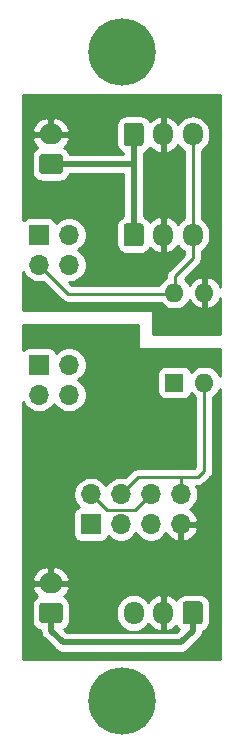
<source format=gbl>
G04 #@! TF.GenerationSoftware,KiCad,Pcbnew,5.1.9+dfsg1-1*
G04 #@! TF.CreationDate,2022-11-10T16:03:50+09:00*
G04 #@! TF.ProjectId,din-photocoupler,64696e2d-7068-46f7-946f-636f75706c65,rev?*
G04 #@! TF.SameCoordinates,Original*
G04 #@! TF.FileFunction,Copper,L2,Bot*
G04 #@! TF.FilePolarity,Positive*
%FSLAX46Y46*%
G04 Gerber Fmt 4.6, Leading zero omitted, Abs format (unit mm)*
G04 Created by KiCad (PCBNEW 5.1.9+dfsg1-1) date 2022-11-10 16:03:50*
%MOMM*%
%LPD*%
G01*
G04 APERTURE LIST*
G04 #@! TA.AperFunction,ComponentPad*
%ADD10C,5.700000*%
G04 #@! TD*
G04 #@! TA.AperFunction,ComponentPad*
%ADD11O,2.000000X1.700000*%
G04 #@! TD*
G04 #@! TA.AperFunction,ComponentPad*
%ADD12O,1.700000X1.950000*%
G04 #@! TD*
G04 #@! TA.AperFunction,ComponentPad*
%ADD13R,1.700000X1.700000*%
G04 #@! TD*
G04 #@! TA.AperFunction,ComponentPad*
%ADD14O,1.700000X1.700000*%
G04 #@! TD*
G04 #@! TA.AperFunction,ComponentPad*
%ADD15R,1.600000X1.600000*%
G04 #@! TD*
G04 #@! TA.AperFunction,ComponentPad*
%ADD16O,1.600000X1.600000*%
G04 #@! TD*
G04 #@! TA.AperFunction,ViaPad*
%ADD17C,0.800000*%
G04 #@! TD*
G04 #@! TA.AperFunction,Conductor*
%ADD18C,0.250000*%
G04 #@! TD*
G04 #@! TA.AperFunction,Conductor*
%ADD19C,0.500000*%
G04 #@! TD*
G04 #@! TA.AperFunction,Conductor*
%ADD20C,0.254000*%
G04 #@! TD*
G04 #@! TA.AperFunction,Conductor*
%ADD21C,0.100000*%
G04 #@! TD*
G04 APERTURE END LIST*
D10*
X155000000Y-115000000D03*
X155000000Y-60000000D03*
G04 #@! TA.AperFunction,ComponentPad*
G36*
G01*
X149750000Y-108350000D02*
X148250000Y-108350000D01*
G75*
G02*
X148000000Y-108100000I0J250000D01*
G01*
X148000000Y-106900000D01*
G75*
G02*
X148250000Y-106650000I250000J0D01*
G01*
X149750000Y-106650000D01*
G75*
G02*
X150000000Y-106900000I0J-250000D01*
G01*
X150000000Y-108100000D01*
G75*
G02*
X149750000Y-108350000I-250000J0D01*
G01*
G37*
G04 #@! TD.AperFunction*
D11*
X149000000Y-105000000D03*
D12*
X156000000Y-107500000D03*
X158500000Y-107500000D03*
G04 #@! TA.AperFunction,ComponentPad*
G36*
G01*
X161850000Y-106775000D02*
X161850000Y-108225000D01*
G75*
G02*
X161600000Y-108475000I-250000J0D01*
G01*
X160400000Y-108475000D01*
G75*
G02*
X160150000Y-108225000I0J250000D01*
G01*
X160150000Y-106775000D01*
G75*
G02*
X160400000Y-106525000I250000J0D01*
G01*
X161600000Y-106525000D01*
G75*
G02*
X161850000Y-106775000I0J-250000D01*
G01*
G37*
G04 #@! TD.AperFunction*
D13*
X152380000Y-100000000D03*
D14*
X152380000Y-97460000D03*
X154920000Y-100000000D03*
X154920000Y-97460000D03*
X157460000Y-100000000D03*
X157460000Y-97460000D03*
X160000000Y-100000000D03*
X160000000Y-97460000D03*
D13*
X148000000Y-86500000D03*
D14*
X150540000Y-86500000D03*
X148000000Y-89040000D03*
X150540000Y-89040000D03*
X150540000Y-78040000D03*
X148000000Y-78040000D03*
X150540000Y-75500000D03*
D13*
X148000000Y-75500000D03*
D11*
X149000000Y-67000000D03*
G04 #@! TA.AperFunction,ComponentPad*
G36*
G01*
X149750000Y-70350000D02*
X148250000Y-70350000D01*
G75*
G02*
X148000000Y-70100000I0J250000D01*
G01*
X148000000Y-68900000D01*
G75*
G02*
X148250000Y-68650000I250000J0D01*
G01*
X149750000Y-68650000D01*
G75*
G02*
X150000000Y-68900000I0J-250000D01*
G01*
X150000000Y-70100000D01*
G75*
G02*
X149750000Y-70350000I-250000J0D01*
G01*
G37*
G04 #@! TD.AperFunction*
G04 #@! TA.AperFunction,ComponentPad*
G36*
G01*
X155150000Y-67725000D02*
X155150000Y-66275000D01*
G75*
G02*
X155400000Y-66025000I250000J0D01*
G01*
X156600000Y-66025000D01*
G75*
G02*
X156850000Y-66275000I0J-250000D01*
G01*
X156850000Y-67725000D01*
G75*
G02*
X156600000Y-67975000I-250000J0D01*
G01*
X155400000Y-67975000D01*
G75*
G02*
X155150000Y-67725000I0J250000D01*
G01*
G37*
G04 #@! TD.AperFunction*
D12*
X158500000Y-67000000D03*
X161000000Y-67000000D03*
D15*
X159460000Y-88000000D03*
D16*
X162000000Y-80380000D03*
X162000000Y-88000000D03*
X159460000Y-80380000D03*
G04 #@! TA.AperFunction,ComponentPad*
G36*
G01*
X155150000Y-76225000D02*
X155150000Y-74775000D01*
G75*
G02*
X155400000Y-74525000I250000J0D01*
G01*
X156600000Y-74525000D01*
G75*
G02*
X156850000Y-74775000I0J-250000D01*
G01*
X156850000Y-76225000D01*
G75*
G02*
X156600000Y-76475000I-250000J0D01*
G01*
X155400000Y-76475000D01*
G75*
G02*
X155150000Y-76225000I0J250000D01*
G01*
G37*
G04 #@! TD.AperFunction*
D12*
X158500000Y-75500000D03*
X161000000Y-75500000D03*
D17*
X149500000Y-98000000D03*
X147000000Y-84000000D03*
X161000000Y-86000000D03*
X157500000Y-88000000D03*
D18*
X156095001Y-98824999D02*
X157460000Y-97460000D01*
X153744999Y-98824999D02*
X156095001Y-98824999D01*
X152380000Y-97460000D02*
X153744999Y-98824999D01*
D19*
X149000000Y-107500000D02*
X149000000Y-109000000D01*
X149000000Y-109000000D02*
X150000000Y-110000000D01*
X150000000Y-110000000D02*
X160000000Y-110000000D01*
X161000000Y-109000000D02*
X161000000Y-107500000D01*
X160000000Y-110000000D02*
X161000000Y-109000000D01*
D18*
X156080000Y-107420000D02*
X156000000Y-107500000D01*
X154920000Y-97460000D02*
X156380000Y-96000000D01*
X158540000Y-96000000D02*
X156380000Y-96000000D01*
X162000000Y-88160000D02*
X162040000Y-88120000D01*
X162000000Y-95460000D02*
X162000000Y-88160000D01*
X161460000Y-96000000D02*
X161480000Y-95980000D01*
X161480000Y-95980000D02*
X162000000Y-95460000D01*
X160000000Y-96000000D02*
X161460000Y-96000000D01*
X160000000Y-97460000D02*
X160000000Y-96000000D01*
X158540000Y-96000000D02*
X160000000Y-96000000D01*
X161000000Y-67000000D02*
X161000000Y-75500000D01*
X161000000Y-77500000D02*
X161000000Y-75500000D01*
X159500000Y-79000000D02*
X161000000Y-77500000D01*
X148000000Y-78040000D02*
X150460000Y-80500000D01*
X159500000Y-80500000D02*
X159500000Y-79000000D01*
X150460000Y-80500000D02*
X159500000Y-80500000D01*
D19*
X149000000Y-69500000D02*
X156000000Y-69500000D01*
X156000000Y-69500000D02*
X156000000Y-75500000D01*
X156000000Y-67000000D02*
X156000000Y-69500000D01*
D20*
X156373000Y-85000000D02*
X156375440Y-85024776D01*
X156382667Y-85048601D01*
X156394403Y-85070557D01*
X156410197Y-85089803D01*
X156429443Y-85105597D01*
X156451399Y-85117333D01*
X156475224Y-85124560D01*
X156500000Y-85127000D01*
X163340000Y-85127000D01*
X163340000Y-87485213D01*
X163271680Y-87320273D01*
X163114637Y-87085241D01*
X162914759Y-86885363D01*
X162679727Y-86728320D01*
X162418574Y-86620147D01*
X162141335Y-86565000D01*
X161858665Y-86565000D01*
X161581426Y-86620147D01*
X161320273Y-86728320D01*
X161085241Y-86885363D01*
X160886643Y-87083961D01*
X160885812Y-87075518D01*
X160849502Y-86955820D01*
X160790537Y-86845506D01*
X160711185Y-86748815D01*
X160614494Y-86669463D01*
X160504180Y-86610498D01*
X160384482Y-86574188D01*
X160260000Y-86561928D01*
X158660000Y-86561928D01*
X158535518Y-86574188D01*
X158415820Y-86610498D01*
X158305506Y-86669463D01*
X158208815Y-86748815D01*
X158129463Y-86845506D01*
X158070498Y-86955820D01*
X158034188Y-87075518D01*
X158021928Y-87200000D01*
X158021928Y-88800000D01*
X158034188Y-88924482D01*
X158070498Y-89044180D01*
X158129463Y-89154494D01*
X158208815Y-89251185D01*
X158305506Y-89330537D01*
X158415820Y-89389502D01*
X158535518Y-89425812D01*
X158660000Y-89438072D01*
X160260000Y-89438072D01*
X160384482Y-89425812D01*
X160504180Y-89389502D01*
X160614494Y-89330537D01*
X160711185Y-89251185D01*
X160790537Y-89154494D01*
X160849502Y-89044180D01*
X160885812Y-88924482D01*
X160886643Y-88916039D01*
X161085241Y-89114637D01*
X161240001Y-89218044D01*
X161240000Y-95145198D01*
X161145199Y-95240000D01*
X160037333Y-95240000D01*
X160000000Y-95236323D01*
X159962667Y-95240000D01*
X156417323Y-95240000D01*
X156380000Y-95236324D01*
X156342677Y-95240000D01*
X156342667Y-95240000D01*
X156231014Y-95250997D01*
X156087753Y-95294454D01*
X155955724Y-95365026D01*
X155839999Y-95459999D01*
X155816201Y-95488997D01*
X155286408Y-96018790D01*
X155066260Y-95975000D01*
X154773740Y-95975000D01*
X154486842Y-96032068D01*
X154216589Y-96144010D01*
X153973368Y-96306525D01*
X153766525Y-96513368D01*
X153650000Y-96687760D01*
X153533475Y-96513368D01*
X153326632Y-96306525D01*
X153083411Y-96144010D01*
X152813158Y-96032068D01*
X152526260Y-95975000D01*
X152233740Y-95975000D01*
X151946842Y-96032068D01*
X151676589Y-96144010D01*
X151433368Y-96306525D01*
X151226525Y-96513368D01*
X151064010Y-96756589D01*
X150952068Y-97026842D01*
X150895000Y-97313740D01*
X150895000Y-97606260D01*
X150952068Y-97893158D01*
X151064010Y-98163411D01*
X151226525Y-98406632D01*
X151358380Y-98538487D01*
X151285820Y-98560498D01*
X151175506Y-98619463D01*
X151078815Y-98698815D01*
X150999463Y-98795506D01*
X150940498Y-98905820D01*
X150904188Y-99025518D01*
X150891928Y-99150000D01*
X150891928Y-100850000D01*
X150904188Y-100974482D01*
X150940498Y-101094180D01*
X150999463Y-101204494D01*
X151078815Y-101301185D01*
X151175506Y-101380537D01*
X151285820Y-101439502D01*
X151405518Y-101475812D01*
X151530000Y-101488072D01*
X153230000Y-101488072D01*
X153354482Y-101475812D01*
X153474180Y-101439502D01*
X153584494Y-101380537D01*
X153681185Y-101301185D01*
X153760537Y-101204494D01*
X153819502Y-101094180D01*
X153841513Y-101021620D01*
X153973368Y-101153475D01*
X154216589Y-101315990D01*
X154486842Y-101427932D01*
X154773740Y-101485000D01*
X155066260Y-101485000D01*
X155353158Y-101427932D01*
X155623411Y-101315990D01*
X155866632Y-101153475D01*
X156073475Y-100946632D01*
X156190000Y-100772240D01*
X156306525Y-100946632D01*
X156513368Y-101153475D01*
X156756589Y-101315990D01*
X157026842Y-101427932D01*
X157313740Y-101485000D01*
X157606260Y-101485000D01*
X157893158Y-101427932D01*
X158163411Y-101315990D01*
X158406632Y-101153475D01*
X158613475Y-100946632D01*
X158735195Y-100764466D01*
X158804822Y-100881355D01*
X158999731Y-101097588D01*
X159233080Y-101271641D01*
X159495901Y-101396825D01*
X159643110Y-101441476D01*
X159873000Y-101320155D01*
X159873000Y-100127000D01*
X160127000Y-100127000D01*
X160127000Y-101320155D01*
X160356890Y-101441476D01*
X160504099Y-101396825D01*
X160766920Y-101271641D01*
X161000269Y-101097588D01*
X161195178Y-100881355D01*
X161344157Y-100631252D01*
X161441481Y-100356891D01*
X161320814Y-100127000D01*
X160127000Y-100127000D01*
X159873000Y-100127000D01*
X159853000Y-100127000D01*
X159853000Y-99873000D01*
X159873000Y-99873000D01*
X159873000Y-99853000D01*
X160127000Y-99853000D01*
X160127000Y-99873000D01*
X161320814Y-99873000D01*
X161441481Y-99643109D01*
X161344157Y-99368748D01*
X161195178Y-99118645D01*
X161000269Y-98902412D01*
X160770594Y-98731100D01*
X160946632Y-98613475D01*
X161153475Y-98406632D01*
X161315990Y-98163411D01*
X161427932Y-97893158D01*
X161485000Y-97606260D01*
X161485000Y-97313740D01*
X161427932Y-97026842D01*
X161317403Y-96760000D01*
X161422678Y-96760000D01*
X161460000Y-96763676D01*
X161497322Y-96760000D01*
X161497333Y-96760000D01*
X161608986Y-96749003D01*
X161752247Y-96705546D01*
X161884276Y-96634974D01*
X162000001Y-96540001D01*
X162023804Y-96510997D01*
X162511003Y-96023798D01*
X162540001Y-96000001D01*
X162570640Y-95962667D01*
X162634974Y-95884277D01*
X162705546Y-95752247D01*
X162705546Y-95752246D01*
X162749003Y-95608986D01*
X162760000Y-95497333D01*
X162760000Y-95497324D01*
X162763676Y-95460001D01*
X162760000Y-95422678D01*
X162760000Y-89218043D01*
X162914759Y-89114637D01*
X163114637Y-88914759D01*
X163271680Y-88679727D01*
X163340001Y-88514787D01*
X163340001Y-111373000D01*
X146660000Y-111373000D01*
X146660000Y-106900000D01*
X147361928Y-106900000D01*
X147361928Y-108100000D01*
X147378992Y-108273254D01*
X147429528Y-108439850D01*
X147511595Y-108593386D01*
X147622038Y-108727962D01*
X147756614Y-108838405D01*
X147910150Y-108920472D01*
X148076746Y-108971008D01*
X148113220Y-108974600D01*
X148110719Y-109000000D01*
X148127805Y-109173490D01*
X148178412Y-109340313D01*
X148260590Y-109494059D01*
X148343468Y-109595046D01*
X148343469Y-109595047D01*
X148371184Y-109628817D01*
X148404951Y-109656529D01*
X149343470Y-110595049D01*
X149371183Y-110628817D01*
X149404951Y-110656530D01*
X149404953Y-110656532D01*
X149505941Y-110739411D01*
X149659686Y-110821589D01*
X149826510Y-110872195D01*
X149956523Y-110885000D01*
X149956531Y-110885000D01*
X150000000Y-110889281D01*
X150043469Y-110885000D01*
X159956531Y-110885000D01*
X160000000Y-110889281D01*
X160043469Y-110885000D01*
X160043477Y-110885000D01*
X160173490Y-110872195D01*
X160340313Y-110821589D01*
X160494059Y-110739411D01*
X160628817Y-110628817D01*
X160656534Y-110595044D01*
X161595050Y-109656529D01*
X161628817Y-109628817D01*
X161656533Y-109595046D01*
X161739411Y-109494059D01*
X161821589Y-109340314D01*
X161872195Y-109173490D01*
X161872195Y-109173489D01*
X161883108Y-109062684D01*
X161939850Y-109045472D01*
X162093386Y-108963405D01*
X162227962Y-108852962D01*
X162338405Y-108718386D01*
X162420472Y-108564850D01*
X162471008Y-108398254D01*
X162488072Y-108225000D01*
X162488072Y-106775000D01*
X162471008Y-106601746D01*
X162420472Y-106435150D01*
X162338405Y-106281614D01*
X162227962Y-106147038D01*
X162093386Y-106036595D01*
X161939850Y-105954528D01*
X161773254Y-105903992D01*
X161600000Y-105886928D01*
X160400000Y-105886928D01*
X160226746Y-105903992D01*
X160060150Y-105954528D01*
X159906614Y-106036595D01*
X159772038Y-106147038D01*
X159661595Y-106281614D01*
X159605286Y-106386961D01*
X159589049Y-106365571D01*
X159371193Y-106172504D01*
X159119858Y-106025648D01*
X158856890Y-105933524D01*
X158627000Y-106054845D01*
X158627000Y-107373000D01*
X158647000Y-107373000D01*
X158647000Y-107627000D01*
X158627000Y-107627000D01*
X158627000Y-108945155D01*
X158856890Y-109066476D01*
X159119858Y-108974352D01*
X159371193Y-108827496D01*
X159589049Y-108634429D01*
X159605286Y-108613039D01*
X159661595Y-108718386D01*
X159772038Y-108852962D01*
X159839827Y-108908595D01*
X159633422Y-109115000D01*
X156022185Y-109115000D01*
X156291110Y-109088513D01*
X156571033Y-109003599D01*
X156829013Y-108865706D01*
X157055134Y-108680134D01*
X157240706Y-108454014D01*
X157254462Y-108428278D01*
X157410951Y-108634429D01*
X157628807Y-108827496D01*
X157880142Y-108974352D01*
X158143110Y-109066476D01*
X158373000Y-108945155D01*
X158373000Y-107627000D01*
X158353000Y-107627000D01*
X158353000Y-107373000D01*
X158373000Y-107373000D01*
X158373000Y-106054845D01*
X158143110Y-105933524D01*
X157880142Y-106025648D01*
X157628807Y-106172504D01*
X157410951Y-106365571D01*
X157254462Y-106571722D01*
X157240706Y-106545986D01*
X157055134Y-106319866D01*
X156829014Y-106134294D01*
X156571034Y-105996401D01*
X156291111Y-105911487D01*
X156000000Y-105882815D01*
X155708890Y-105911487D01*
X155428967Y-105996401D01*
X155170987Y-106134294D01*
X154944866Y-106319866D01*
X154759294Y-106545986D01*
X154621401Y-106803966D01*
X154536487Y-107083889D01*
X154515000Y-107302050D01*
X154515000Y-107697949D01*
X154536487Y-107916110D01*
X154621401Y-108196033D01*
X154759294Y-108454013D01*
X154944866Y-108680134D01*
X155170986Y-108865706D01*
X155428966Y-109003599D01*
X155708889Y-109088513D01*
X155977815Y-109115000D01*
X150366579Y-109115000D01*
X150143418Y-108891839D01*
X150243386Y-108838405D01*
X150377962Y-108727962D01*
X150488405Y-108593386D01*
X150570472Y-108439850D01*
X150621008Y-108273254D01*
X150638072Y-108100000D01*
X150638072Y-106900000D01*
X150621008Y-106726746D01*
X150570472Y-106560150D01*
X150488405Y-106406614D01*
X150377962Y-106272038D01*
X150243386Y-106161595D01*
X150141407Y-106107086D01*
X150141795Y-106106802D01*
X150338664Y-105892046D01*
X150489854Y-105643009D01*
X150589554Y-105369261D01*
X150591476Y-105356890D01*
X150470155Y-105127000D01*
X149127000Y-105127000D01*
X149127000Y-105147000D01*
X148873000Y-105147000D01*
X148873000Y-105127000D01*
X147529845Y-105127000D01*
X147408524Y-105356890D01*
X147410446Y-105369261D01*
X147510146Y-105643009D01*
X147661336Y-105892046D01*
X147858205Y-106106802D01*
X147858593Y-106107086D01*
X147756614Y-106161595D01*
X147622038Y-106272038D01*
X147511595Y-106406614D01*
X147429528Y-106560150D01*
X147378992Y-106726746D01*
X147361928Y-106900000D01*
X146660000Y-106900000D01*
X146660000Y-104643110D01*
X147408524Y-104643110D01*
X147529845Y-104873000D01*
X148873000Y-104873000D01*
X148873000Y-103672768D01*
X149127000Y-103672768D01*
X149127000Y-104873000D01*
X150470155Y-104873000D01*
X150591476Y-104643110D01*
X150589554Y-104630739D01*
X150489854Y-104356991D01*
X150338664Y-104107954D01*
X150141795Y-103893198D01*
X149906812Y-103720975D01*
X149642745Y-103597904D01*
X149359742Y-103528715D01*
X149127000Y-103672768D01*
X148873000Y-103672768D01*
X148640258Y-103528715D01*
X148357255Y-103597904D01*
X148093188Y-103720975D01*
X147858205Y-103893198D01*
X147661336Y-104107954D01*
X147510146Y-104356991D01*
X147410446Y-104630739D01*
X147408524Y-104643110D01*
X146660000Y-104643110D01*
X146660000Y-89685445D01*
X146684010Y-89743411D01*
X146846525Y-89986632D01*
X147053368Y-90193475D01*
X147296589Y-90355990D01*
X147566842Y-90467932D01*
X147853740Y-90525000D01*
X148146260Y-90525000D01*
X148433158Y-90467932D01*
X148703411Y-90355990D01*
X148946632Y-90193475D01*
X149153475Y-89986632D01*
X149270000Y-89812240D01*
X149386525Y-89986632D01*
X149593368Y-90193475D01*
X149836589Y-90355990D01*
X150106842Y-90467932D01*
X150393740Y-90525000D01*
X150686260Y-90525000D01*
X150973158Y-90467932D01*
X151243411Y-90355990D01*
X151486632Y-90193475D01*
X151693475Y-89986632D01*
X151855990Y-89743411D01*
X151967932Y-89473158D01*
X152025000Y-89186260D01*
X152025000Y-88893740D01*
X151967932Y-88606842D01*
X151855990Y-88336589D01*
X151693475Y-88093368D01*
X151486632Y-87886525D01*
X151312240Y-87770000D01*
X151486632Y-87653475D01*
X151693475Y-87446632D01*
X151855990Y-87203411D01*
X151967932Y-86933158D01*
X152025000Y-86646260D01*
X152025000Y-86353740D01*
X151967932Y-86066842D01*
X151855990Y-85796589D01*
X151693475Y-85553368D01*
X151486632Y-85346525D01*
X151243411Y-85184010D01*
X150973158Y-85072068D01*
X150686260Y-85015000D01*
X150393740Y-85015000D01*
X150106842Y-85072068D01*
X149836589Y-85184010D01*
X149593368Y-85346525D01*
X149461513Y-85478380D01*
X149439502Y-85405820D01*
X149380537Y-85295506D01*
X149301185Y-85198815D01*
X149204494Y-85119463D01*
X149094180Y-85060498D01*
X148974482Y-85024188D01*
X148850000Y-85011928D01*
X147150000Y-85011928D01*
X147025518Y-85024188D01*
X146905820Y-85060498D01*
X146795506Y-85119463D01*
X146698815Y-85198815D01*
X146660000Y-85246111D01*
X146660000Y-83127000D01*
X156373000Y-83127000D01*
X156373000Y-85000000D01*
G04 #@! TA.AperFunction,Conductor*
D21*
G36*
X156373000Y-85000000D02*
G01*
X156375440Y-85024776D01*
X156382667Y-85048601D01*
X156394403Y-85070557D01*
X156410197Y-85089803D01*
X156429443Y-85105597D01*
X156451399Y-85117333D01*
X156475224Y-85124560D01*
X156500000Y-85127000D01*
X163340000Y-85127000D01*
X163340000Y-87485213D01*
X163271680Y-87320273D01*
X163114637Y-87085241D01*
X162914759Y-86885363D01*
X162679727Y-86728320D01*
X162418574Y-86620147D01*
X162141335Y-86565000D01*
X161858665Y-86565000D01*
X161581426Y-86620147D01*
X161320273Y-86728320D01*
X161085241Y-86885363D01*
X160886643Y-87083961D01*
X160885812Y-87075518D01*
X160849502Y-86955820D01*
X160790537Y-86845506D01*
X160711185Y-86748815D01*
X160614494Y-86669463D01*
X160504180Y-86610498D01*
X160384482Y-86574188D01*
X160260000Y-86561928D01*
X158660000Y-86561928D01*
X158535518Y-86574188D01*
X158415820Y-86610498D01*
X158305506Y-86669463D01*
X158208815Y-86748815D01*
X158129463Y-86845506D01*
X158070498Y-86955820D01*
X158034188Y-87075518D01*
X158021928Y-87200000D01*
X158021928Y-88800000D01*
X158034188Y-88924482D01*
X158070498Y-89044180D01*
X158129463Y-89154494D01*
X158208815Y-89251185D01*
X158305506Y-89330537D01*
X158415820Y-89389502D01*
X158535518Y-89425812D01*
X158660000Y-89438072D01*
X160260000Y-89438072D01*
X160384482Y-89425812D01*
X160504180Y-89389502D01*
X160614494Y-89330537D01*
X160711185Y-89251185D01*
X160790537Y-89154494D01*
X160849502Y-89044180D01*
X160885812Y-88924482D01*
X160886643Y-88916039D01*
X161085241Y-89114637D01*
X161240001Y-89218044D01*
X161240000Y-95145198D01*
X161145199Y-95240000D01*
X160037333Y-95240000D01*
X160000000Y-95236323D01*
X159962667Y-95240000D01*
X156417323Y-95240000D01*
X156380000Y-95236324D01*
X156342677Y-95240000D01*
X156342667Y-95240000D01*
X156231014Y-95250997D01*
X156087753Y-95294454D01*
X155955724Y-95365026D01*
X155839999Y-95459999D01*
X155816201Y-95488997D01*
X155286408Y-96018790D01*
X155066260Y-95975000D01*
X154773740Y-95975000D01*
X154486842Y-96032068D01*
X154216589Y-96144010D01*
X153973368Y-96306525D01*
X153766525Y-96513368D01*
X153650000Y-96687760D01*
X153533475Y-96513368D01*
X153326632Y-96306525D01*
X153083411Y-96144010D01*
X152813158Y-96032068D01*
X152526260Y-95975000D01*
X152233740Y-95975000D01*
X151946842Y-96032068D01*
X151676589Y-96144010D01*
X151433368Y-96306525D01*
X151226525Y-96513368D01*
X151064010Y-96756589D01*
X150952068Y-97026842D01*
X150895000Y-97313740D01*
X150895000Y-97606260D01*
X150952068Y-97893158D01*
X151064010Y-98163411D01*
X151226525Y-98406632D01*
X151358380Y-98538487D01*
X151285820Y-98560498D01*
X151175506Y-98619463D01*
X151078815Y-98698815D01*
X150999463Y-98795506D01*
X150940498Y-98905820D01*
X150904188Y-99025518D01*
X150891928Y-99150000D01*
X150891928Y-100850000D01*
X150904188Y-100974482D01*
X150940498Y-101094180D01*
X150999463Y-101204494D01*
X151078815Y-101301185D01*
X151175506Y-101380537D01*
X151285820Y-101439502D01*
X151405518Y-101475812D01*
X151530000Y-101488072D01*
X153230000Y-101488072D01*
X153354482Y-101475812D01*
X153474180Y-101439502D01*
X153584494Y-101380537D01*
X153681185Y-101301185D01*
X153760537Y-101204494D01*
X153819502Y-101094180D01*
X153841513Y-101021620D01*
X153973368Y-101153475D01*
X154216589Y-101315990D01*
X154486842Y-101427932D01*
X154773740Y-101485000D01*
X155066260Y-101485000D01*
X155353158Y-101427932D01*
X155623411Y-101315990D01*
X155866632Y-101153475D01*
X156073475Y-100946632D01*
X156190000Y-100772240D01*
X156306525Y-100946632D01*
X156513368Y-101153475D01*
X156756589Y-101315990D01*
X157026842Y-101427932D01*
X157313740Y-101485000D01*
X157606260Y-101485000D01*
X157893158Y-101427932D01*
X158163411Y-101315990D01*
X158406632Y-101153475D01*
X158613475Y-100946632D01*
X158735195Y-100764466D01*
X158804822Y-100881355D01*
X158999731Y-101097588D01*
X159233080Y-101271641D01*
X159495901Y-101396825D01*
X159643110Y-101441476D01*
X159873000Y-101320155D01*
X159873000Y-100127000D01*
X160127000Y-100127000D01*
X160127000Y-101320155D01*
X160356890Y-101441476D01*
X160504099Y-101396825D01*
X160766920Y-101271641D01*
X161000269Y-101097588D01*
X161195178Y-100881355D01*
X161344157Y-100631252D01*
X161441481Y-100356891D01*
X161320814Y-100127000D01*
X160127000Y-100127000D01*
X159873000Y-100127000D01*
X159853000Y-100127000D01*
X159853000Y-99873000D01*
X159873000Y-99873000D01*
X159873000Y-99853000D01*
X160127000Y-99853000D01*
X160127000Y-99873000D01*
X161320814Y-99873000D01*
X161441481Y-99643109D01*
X161344157Y-99368748D01*
X161195178Y-99118645D01*
X161000269Y-98902412D01*
X160770594Y-98731100D01*
X160946632Y-98613475D01*
X161153475Y-98406632D01*
X161315990Y-98163411D01*
X161427932Y-97893158D01*
X161485000Y-97606260D01*
X161485000Y-97313740D01*
X161427932Y-97026842D01*
X161317403Y-96760000D01*
X161422678Y-96760000D01*
X161460000Y-96763676D01*
X161497322Y-96760000D01*
X161497333Y-96760000D01*
X161608986Y-96749003D01*
X161752247Y-96705546D01*
X161884276Y-96634974D01*
X162000001Y-96540001D01*
X162023804Y-96510997D01*
X162511003Y-96023798D01*
X162540001Y-96000001D01*
X162570640Y-95962667D01*
X162634974Y-95884277D01*
X162705546Y-95752247D01*
X162705546Y-95752246D01*
X162749003Y-95608986D01*
X162760000Y-95497333D01*
X162760000Y-95497324D01*
X162763676Y-95460001D01*
X162760000Y-95422678D01*
X162760000Y-89218043D01*
X162914759Y-89114637D01*
X163114637Y-88914759D01*
X163271680Y-88679727D01*
X163340001Y-88514787D01*
X163340001Y-111373000D01*
X146660000Y-111373000D01*
X146660000Y-106900000D01*
X147361928Y-106900000D01*
X147361928Y-108100000D01*
X147378992Y-108273254D01*
X147429528Y-108439850D01*
X147511595Y-108593386D01*
X147622038Y-108727962D01*
X147756614Y-108838405D01*
X147910150Y-108920472D01*
X148076746Y-108971008D01*
X148113220Y-108974600D01*
X148110719Y-109000000D01*
X148127805Y-109173490D01*
X148178412Y-109340313D01*
X148260590Y-109494059D01*
X148343468Y-109595046D01*
X148343469Y-109595047D01*
X148371184Y-109628817D01*
X148404951Y-109656529D01*
X149343470Y-110595049D01*
X149371183Y-110628817D01*
X149404951Y-110656530D01*
X149404953Y-110656532D01*
X149505941Y-110739411D01*
X149659686Y-110821589D01*
X149826510Y-110872195D01*
X149956523Y-110885000D01*
X149956531Y-110885000D01*
X150000000Y-110889281D01*
X150043469Y-110885000D01*
X159956531Y-110885000D01*
X160000000Y-110889281D01*
X160043469Y-110885000D01*
X160043477Y-110885000D01*
X160173490Y-110872195D01*
X160340313Y-110821589D01*
X160494059Y-110739411D01*
X160628817Y-110628817D01*
X160656534Y-110595044D01*
X161595050Y-109656529D01*
X161628817Y-109628817D01*
X161656533Y-109595046D01*
X161739411Y-109494059D01*
X161821589Y-109340314D01*
X161872195Y-109173490D01*
X161872195Y-109173489D01*
X161883108Y-109062684D01*
X161939850Y-109045472D01*
X162093386Y-108963405D01*
X162227962Y-108852962D01*
X162338405Y-108718386D01*
X162420472Y-108564850D01*
X162471008Y-108398254D01*
X162488072Y-108225000D01*
X162488072Y-106775000D01*
X162471008Y-106601746D01*
X162420472Y-106435150D01*
X162338405Y-106281614D01*
X162227962Y-106147038D01*
X162093386Y-106036595D01*
X161939850Y-105954528D01*
X161773254Y-105903992D01*
X161600000Y-105886928D01*
X160400000Y-105886928D01*
X160226746Y-105903992D01*
X160060150Y-105954528D01*
X159906614Y-106036595D01*
X159772038Y-106147038D01*
X159661595Y-106281614D01*
X159605286Y-106386961D01*
X159589049Y-106365571D01*
X159371193Y-106172504D01*
X159119858Y-106025648D01*
X158856890Y-105933524D01*
X158627000Y-106054845D01*
X158627000Y-107373000D01*
X158647000Y-107373000D01*
X158647000Y-107627000D01*
X158627000Y-107627000D01*
X158627000Y-108945155D01*
X158856890Y-109066476D01*
X159119858Y-108974352D01*
X159371193Y-108827496D01*
X159589049Y-108634429D01*
X159605286Y-108613039D01*
X159661595Y-108718386D01*
X159772038Y-108852962D01*
X159839827Y-108908595D01*
X159633422Y-109115000D01*
X156022185Y-109115000D01*
X156291110Y-109088513D01*
X156571033Y-109003599D01*
X156829013Y-108865706D01*
X157055134Y-108680134D01*
X157240706Y-108454014D01*
X157254462Y-108428278D01*
X157410951Y-108634429D01*
X157628807Y-108827496D01*
X157880142Y-108974352D01*
X158143110Y-109066476D01*
X158373000Y-108945155D01*
X158373000Y-107627000D01*
X158353000Y-107627000D01*
X158353000Y-107373000D01*
X158373000Y-107373000D01*
X158373000Y-106054845D01*
X158143110Y-105933524D01*
X157880142Y-106025648D01*
X157628807Y-106172504D01*
X157410951Y-106365571D01*
X157254462Y-106571722D01*
X157240706Y-106545986D01*
X157055134Y-106319866D01*
X156829014Y-106134294D01*
X156571034Y-105996401D01*
X156291111Y-105911487D01*
X156000000Y-105882815D01*
X155708890Y-105911487D01*
X155428967Y-105996401D01*
X155170987Y-106134294D01*
X154944866Y-106319866D01*
X154759294Y-106545986D01*
X154621401Y-106803966D01*
X154536487Y-107083889D01*
X154515000Y-107302050D01*
X154515000Y-107697949D01*
X154536487Y-107916110D01*
X154621401Y-108196033D01*
X154759294Y-108454013D01*
X154944866Y-108680134D01*
X155170986Y-108865706D01*
X155428966Y-109003599D01*
X155708889Y-109088513D01*
X155977815Y-109115000D01*
X150366579Y-109115000D01*
X150143418Y-108891839D01*
X150243386Y-108838405D01*
X150377962Y-108727962D01*
X150488405Y-108593386D01*
X150570472Y-108439850D01*
X150621008Y-108273254D01*
X150638072Y-108100000D01*
X150638072Y-106900000D01*
X150621008Y-106726746D01*
X150570472Y-106560150D01*
X150488405Y-106406614D01*
X150377962Y-106272038D01*
X150243386Y-106161595D01*
X150141407Y-106107086D01*
X150141795Y-106106802D01*
X150338664Y-105892046D01*
X150489854Y-105643009D01*
X150589554Y-105369261D01*
X150591476Y-105356890D01*
X150470155Y-105127000D01*
X149127000Y-105127000D01*
X149127000Y-105147000D01*
X148873000Y-105147000D01*
X148873000Y-105127000D01*
X147529845Y-105127000D01*
X147408524Y-105356890D01*
X147410446Y-105369261D01*
X147510146Y-105643009D01*
X147661336Y-105892046D01*
X147858205Y-106106802D01*
X147858593Y-106107086D01*
X147756614Y-106161595D01*
X147622038Y-106272038D01*
X147511595Y-106406614D01*
X147429528Y-106560150D01*
X147378992Y-106726746D01*
X147361928Y-106900000D01*
X146660000Y-106900000D01*
X146660000Y-104643110D01*
X147408524Y-104643110D01*
X147529845Y-104873000D01*
X148873000Y-104873000D01*
X148873000Y-103672768D01*
X149127000Y-103672768D01*
X149127000Y-104873000D01*
X150470155Y-104873000D01*
X150591476Y-104643110D01*
X150589554Y-104630739D01*
X150489854Y-104356991D01*
X150338664Y-104107954D01*
X150141795Y-103893198D01*
X149906812Y-103720975D01*
X149642745Y-103597904D01*
X149359742Y-103528715D01*
X149127000Y-103672768D01*
X148873000Y-103672768D01*
X148640258Y-103528715D01*
X148357255Y-103597904D01*
X148093188Y-103720975D01*
X147858205Y-103893198D01*
X147661336Y-104107954D01*
X147510146Y-104356991D01*
X147410446Y-104630739D01*
X147408524Y-104643110D01*
X146660000Y-104643110D01*
X146660000Y-89685445D01*
X146684010Y-89743411D01*
X146846525Y-89986632D01*
X147053368Y-90193475D01*
X147296589Y-90355990D01*
X147566842Y-90467932D01*
X147853740Y-90525000D01*
X148146260Y-90525000D01*
X148433158Y-90467932D01*
X148703411Y-90355990D01*
X148946632Y-90193475D01*
X149153475Y-89986632D01*
X149270000Y-89812240D01*
X149386525Y-89986632D01*
X149593368Y-90193475D01*
X149836589Y-90355990D01*
X150106842Y-90467932D01*
X150393740Y-90525000D01*
X150686260Y-90525000D01*
X150973158Y-90467932D01*
X151243411Y-90355990D01*
X151486632Y-90193475D01*
X151693475Y-89986632D01*
X151855990Y-89743411D01*
X151967932Y-89473158D01*
X152025000Y-89186260D01*
X152025000Y-88893740D01*
X151967932Y-88606842D01*
X151855990Y-88336589D01*
X151693475Y-88093368D01*
X151486632Y-87886525D01*
X151312240Y-87770000D01*
X151486632Y-87653475D01*
X151693475Y-87446632D01*
X151855990Y-87203411D01*
X151967932Y-86933158D01*
X152025000Y-86646260D01*
X152025000Y-86353740D01*
X151967932Y-86066842D01*
X151855990Y-85796589D01*
X151693475Y-85553368D01*
X151486632Y-85346525D01*
X151243411Y-85184010D01*
X150973158Y-85072068D01*
X150686260Y-85015000D01*
X150393740Y-85015000D01*
X150106842Y-85072068D01*
X149836589Y-85184010D01*
X149593368Y-85346525D01*
X149461513Y-85478380D01*
X149439502Y-85405820D01*
X149380537Y-85295506D01*
X149301185Y-85198815D01*
X149204494Y-85119463D01*
X149094180Y-85060498D01*
X148974482Y-85024188D01*
X148850000Y-85011928D01*
X147150000Y-85011928D01*
X147025518Y-85024188D01*
X146905820Y-85060498D01*
X146795506Y-85119463D01*
X146698815Y-85198815D01*
X146660000Y-85246111D01*
X146660000Y-83127000D01*
X156373000Y-83127000D01*
X156373000Y-85000000D01*
G37*
G04 #@! TD.AperFunction*
D20*
X163340000Y-79886003D02*
X163297070Y-79766119D01*
X163152385Y-79524869D01*
X162963414Y-79316481D01*
X162737420Y-79148963D01*
X162483087Y-79028754D01*
X162349039Y-78988096D01*
X162127000Y-79110085D01*
X162127000Y-80253000D01*
X162147000Y-80253000D01*
X162147000Y-80507000D01*
X162127000Y-80507000D01*
X162127000Y-81649915D01*
X162349039Y-81771904D01*
X162483087Y-81731246D01*
X162737420Y-81611037D01*
X162963414Y-81443519D01*
X163152385Y-81235131D01*
X163297070Y-80993881D01*
X163340000Y-80873997D01*
X163340000Y-83873000D01*
X157627000Y-83873000D01*
X157627000Y-82000000D01*
X157624560Y-81975224D01*
X157617333Y-81951399D01*
X157605597Y-81929443D01*
X157589803Y-81910197D01*
X157570557Y-81894403D01*
X157548601Y-81882667D01*
X157524776Y-81875440D01*
X157500000Y-81873000D01*
X146660000Y-81873000D01*
X146660000Y-78685445D01*
X146684010Y-78743411D01*
X146846525Y-78986632D01*
X147053368Y-79193475D01*
X147296589Y-79355990D01*
X147566842Y-79467932D01*
X147853740Y-79525000D01*
X148146260Y-79525000D01*
X148366408Y-79481209D01*
X149896201Y-81011003D01*
X149919999Y-81040001D01*
X150035724Y-81134974D01*
X150167753Y-81205546D01*
X150311014Y-81249003D01*
X150422667Y-81260000D01*
X150422676Y-81260000D01*
X150459999Y-81263676D01*
X150497322Y-81260000D01*
X158322138Y-81260000D01*
X158345363Y-81294759D01*
X158545241Y-81494637D01*
X158780273Y-81651680D01*
X159041426Y-81759853D01*
X159318665Y-81815000D01*
X159601335Y-81815000D01*
X159878574Y-81759853D01*
X160139727Y-81651680D01*
X160374759Y-81494637D01*
X160574637Y-81294759D01*
X160731680Y-81059727D01*
X160736067Y-81049135D01*
X160847615Y-81235131D01*
X161036586Y-81443519D01*
X161262580Y-81611037D01*
X161516913Y-81731246D01*
X161650961Y-81771904D01*
X161873000Y-81649915D01*
X161873000Y-80507000D01*
X161853000Y-80507000D01*
X161853000Y-80253000D01*
X161873000Y-80253000D01*
X161873000Y-79110085D01*
X161650961Y-78988096D01*
X161516913Y-79028754D01*
X161262580Y-79148963D01*
X161036586Y-79316481D01*
X160847615Y-79524869D01*
X160736067Y-79710865D01*
X160731680Y-79700273D01*
X160574637Y-79465241D01*
X160374759Y-79265363D01*
X160335602Y-79239199D01*
X161511004Y-78063798D01*
X161540001Y-78040001D01*
X161634974Y-77924276D01*
X161705546Y-77792247D01*
X161749003Y-77648986D01*
X161760000Y-77537333D01*
X161760000Y-77537324D01*
X161763676Y-77500001D01*
X161760000Y-77462678D01*
X161760000Y-76902595D01*
X161829014Y-76865706D01*
X162055134Y-76680134D01*
X162240706Y-76454014D01*
X162378599Y-76196033D01*
X162463513Y-75916110D01*
X162485000Y-75697949D01*
X162485000Y-75302050D01*
X162463513Y-75083889D01*
X162378599Y-74803966D01*
X162240706Y-74545986D01*
X162055134Y-74319866D01*
X161829013Y-74134294D01*
X161760000Y-74097406D01*
X161760000Y-68402595D01*
X161829014Y-68365706D01*
X162055134Y-68180134D01*
X162240706Y-67954014D01*
X162378599Y-67696033D01*
X162463513Y-67416110D01*
X162485000Y-67197949D01*
X162485000Y-66802050D01*
X162463513Y-66583889D01*
X162378599Y-66303966D01*
X162240706Y-66045986D01*
X162055134Y-65819866D01*
X161829013Y-65634294D01*
X161571033Y-65496401D01*
X161291110Y-65411487D01*
X161000000Y-65382815D01*
X160708889Y-65411487D01*
X160428966Y-65496401D01*
X160170986Y-65634294D01*
X159944866Y-65819866D01*
X159759294Y-66045987D01*
X159745538Y-66071722D01*
X159589049Y-65865571D01*
X159371193Y-65672504D01*
X159119858Y-65525648D01*
X158856890Y-65433524D01*
X158627000Y-65554845D01*
X158627000Y-66873000D01*
X158647000Y-66873000D01*
X158647000Y-67127000D01*
X158627000Y-67127000D01*
X158627000Y-68445155D01*
X158856890Y-68566476D01*
X159119858Y-68474352D01*
X159371193Y-68327496D01*
X159589049Y-68134429D01*
X159745538Y-67928278D01*
X159759294Y-67954014D01*
X159944866Y-68180134D01*
X160170987Y-68365706D01*
X160240000Y-68402594D01*
X160240001Y-74097405D01*
X160170986Y-74134294D01*
X159944866Y-74319866D01*
X159759294Y-74545987D01*
X159745538Y-74571722D01*
X159589049Y-74365571D01*
X159371193Y-74172504D01*
X159119858Y-74025648D01*
X158856890Y-73933524D01*
X158627000Y-74054845D01*
X158627000Y-75373000D01*
X158647000Y-75373000D01*
X158647000Y-75627000D01*
X158627000Y-75627000D01*
X158627000Y-76945155D01*
X158856890Y-77066476D01*
X159119858Y-76974352D01*
X159371193Y-76827496D01*
X159589049Y-76634429D01*
X159745538Y-76428278D01*
X159759294Y-76454014D01*
X159944866Y-76680134D01*
X160170987Y-76865706D01*
X160240000Y-76902594D01*
X160240000Y-77185198D01*
X158988998Y-78436201D01*
X158960000Y-78459999D01*
X158936202Y-78488997D01*
X158936201Y-78488998D01*
X158865026Y-78575724D01*
X158794454Y-78707754D01*
X158750998Y-78851015D01*
X158736324Y-79000000D01*
X158740001Y-79037332D01*
X158740001Y-79135229D01*
X158545241Y-79265363D01*
X158345363Y-79465241D01*
X158188320Y-79700273D01*
X158171865Y-79740000D01*
X150774802Y-79740000D01*
X150559802Y-79525000D01*
X150686260Y-79525000D01*
X150973158Y-79467932D01*
X151243411Y-79355990D01*
X151486632Y-79193475D01*
X151693475Y-78986632D01*
X151855990Y-78743411D01*
X151967932Y-78473158D01*
X152025000Y-78186260D01*
X152025000Y-77893740D01*
X151967932Y-77606842D01*
X151855990Y-77336589D01*
X151693475Y-77093368D01*
X151486632Y-76886525D01*
X151312240Y-76770000D01*
X151486632Y-76653475D01*
X151693475Y-76446632D01*
X151855990Y-76203411D01*
X151967932Y-75933158D01*
X152025000Y-75646260D01*
X152025000Y-75353740D01*
X151967932Y-75066842D01*
X151855990Y-74796589D01*
X151693475Y-74553368D01*
X151486632Y-74346525D01*
X151243411Y-74184010D01*
X150973158Y-74072068D01*
X150686260Y-74015000D01*
X150393740Y-74015000D01*
X150106842Y-74072068D01*
X149836589Y-74184010D01*
X149593368Y-74346525D01*
X149461513Y-74478380D01*
X149439502Y-74405820D01*
X149380537Y-74295506D01*
X149301185Y-74198815D01*
X149204494Y-74119463D01*
X149094180Y-74060498D01*
X148974482Y-74024188D01*
X148850000Y-74011928D01*
X147150000Y-74011928D01*
X147025518Y-74024188D01*
X146905820Y-74060498D01*
X146795506Y-74119463D01*
X146698815Y-74198815D01*
X146660000Y-74246111D01*
X146660000Y-68900000D01*
X147361928Y-68900000D01*
X147361928Y-70100000D01*
X147378992Y-70273254D01*
X147429528Y-70439850D01*
X147511595Y-70593386D01*
X147622038Y-70727962D01*
X147756614Y-70838405D01*
X147910150Y-70920472D01*
X148076746Y-70971008D01*
X148250000Y-70988072D01*
X149750000Y-70988072D01*
X149923254Y-70971008D01*
X150089850Y-70920472D01*
X150243386Y-70838405D01*
X150377962Y-70727962D01*
X150488405Y-70593386D01*
X150570472Y-70439850D01*
X150587110Y-70385000D01*
X155115000Y-70385000D01*
X155115001Y-73937889D01*
X155060150Y-73954528D01*
X154906614Y-74036595D01*
X154772038Y-74147038D01*
X154661595Y-74281614D01*
X154579528Y-74435150D01*
X154528992Y-74601746D01*
X154511928Y-74775000D01*
X154511928Y-76225000D01*
X154528992Y-76398254D01*
X154579528Y-76564850D01*
X154661595Y-76718386D01*
X154772038Y-76852962D01*
X154906614Y-76963405D01*
X155060150Y-77045472D01*
X155226746Y-77096008D01*
X155400000Y-77113072D01*
X156600000Y-77113072D01*
X156773254Y-77096008D01*
X156939850Y-77045472D01*
X157093386Y-76963405D01*
X157227962Y-76852962D01*
X157338405Y-76718386D01*
X157394714Y-76613039D01*
X157410951Y-76634429D01*
X157628807Y-76827496D01*
X157880142Y-76974352D01*
X158143110Y-77066476D01*
X158373000Y-76945155D01*
X158373000Y-75627000D01*
X158353000Y-75627000D01*
X158353000Y-75373000D01*
X158373000Y-75373000D01*
X158373000Y-74054845D01*
X158143110Y-73933524D01*
X157880142Y-74025648D01*
X157628807Y-74172504D01*
X157410951Y-74365571D01*
X157394714Y-74386961D01*
X157338405Y-74281614D01*
X157227962Y-74147038D01*
X157093386Y-74036595D01*
X156939850Y-73954528D01*
X156885000Y-73937890D01*
X156885000Y-69543477D01*
X156889282Y-69500000D01*
X156885000Y-69456523D01*
X156885000Y-68562110D01*
X156939850Y-68545472D01*
X157093386Y-68463405D01*
X157227962Y-68352962D01*
X157338405Y-68218386D01*
X157394714Y-68113039D01*
X157410951Y-68134429D01*
X157628807Y-68327496D01*
X157880142Y-68474352D01*
X158143110Y-68566476D01*
X158373000Y-68445155D01*
X158373000Y-67127000D01*
X158353000Y-67127000D01*
X158353000Y-66873000D01*
X158373000Y-66873000D01*
X158373000Y-65554845D01*
X158143110Y-65433524D01*
X157880142Y-65525648D01*
X157628807Y-65672504D01*
X157410951Y-65865571D01*
X157394714Y-65886961D01*
X157338405Y-65781614D01*
X157227962Y-65647038D01*
X157093386Y-65536595D01*
X156939850Y-65454528D01*
X156773254Y-65403992D01*
X156600000Y-65386928D01*
X155400000Y-65386928D01*
X155226746Y-65403992D01*
X155060150Y-65454528D01*
X154906614Y-65536595D01*
X154772038Y-65647038D01*
X154661595Y-65781614D01*
X154579528Y-65935150D01*
X154528992Y-66101746D01*
X154511928Y-66275000D01*
X154511928Y-67725000D01*
X154528992Y-67898254D01*
X154579528Y-68064850D01*
X154661595Y-68218386D01*
X154772038Y-68352962D01*
X154906614Y-68463405D01*
X155060150Y-68545472D01*
X155115001Y-68562111D01*
X155115001Y-68615000D01*
X150587110Y-68615000D01*
X150570472Y-68560150D01*
X150488405Y-68406614D01*
X150377962Y-68272038D01*
X150243386Y-68161595D01*
X150141407Y-68107086D01*
X150141795Y-68106802D01*
X150338664Y-67892046D01*
X150489854Y-67643009D01*
X150589554Y-67369261D01*
X150591476Y-67356890D01*
X150470155Y-67127000D01*
X149127000Y-67127000D01*
X149127000Y-67147000D01*
X148873000Y-67147000D01*
X148873000Y-67127000D01*
X147529845Y-67127000D01*
X147408524Y-67356890D01*
X147410446Y-67369261D01*
X147510146Y-67643009D01*
X147661336Y-67892046D01*
X147858205Y-68106802D01*
X147858593Y-68107086D01*
X147756614Y-68161595D01*
X147622038Y-68272038D01*
X147511595Y-68406614D01*
X147429528Y-68560150D01*
X147378992Y-68726746D01*
X147361928Y-68900000D01*
X146660000Y-68900000D01*
X146660000Y-66643110D01*
X147408524Y-66643110D01*
X147529845Y-66873000D01*
X148873000Y-66873000D01*
X148873000Y-65672768D01*
X149127000Y-65672768D01*
X149127000Y-66873000D01*
X150470155Y-66873000D01*
X150591476Y-66643110D01*
X150589554Y-66630739D01*
X150489854Y-66356991D01*
X150338664Y-66107954D01*
X150141795Y-65893198D01*
X149906812Y-65720975D01*
X149642745Y-65597904D01*
X149359742Y-65528715D01*
X149127000Y-65672768D01*
X148873000Y-65672768D01*
X148640258Y-65528715D01*
X148357255Y-65597904D01*
X148093188Y-65720975D01*
X147858205Y-65893198D01*
X147661336Y-66107954D01*
X147510146Y-66356991D01*
X147410446Y-66630739D01*
X147408524Y-66643110D01*
X146660000Y-66643110D01*
X146660000Y-63627000D01*
X163340000Y-63627000D01*
X163340000Y-79886003D01*
G04 #@! TA.AperFunction,Conductor*
D21*
G36*
X163340000Y-79886003D02*
G01*
X163297070Y-79766119D01*
X163152385Y-79524869D01*
X162963414Y-79316481D01*
X162737420Y-79148963D01*
X162483087Y-79028754D01*
X162349039Y-78988096D01*
X162127000Y-79110085D01*
X162127000Y-80253000D01*
X162147000Y-80253000D01*
X162147000Y-80507000D01*
X162127000Y-80507000D01*
X162127000Y-81649915D01*
X162349039Y-81771904D01*
X162483087Y-81731246D01*
X162737420Y-81611037D01*
X162963414Y-81443519D01*
X163152385Y-81235131D01*
X163297070Y-80993881D01*
X163340000Y-80873997D01*
X163340000Y-83873000D01*
X157627000Y-83873000D01*
X157627000Y-82000000D01*
X157624560Y-81975224D01*
X157617333Y-81951399D01*
X157605597Y-81929443D01*
X157589803Y-81910197D01*
X157570557Y-81894403D01*
X157548601Y-81882667D01*
X157524776Y-81875440D01*
X157500000Y-81873000D01*
X146660000Y-81873000D01*
X146660000Y-78685445D01*
X146684010Y-78743411D01*
X146846525Y-78986632D01*
X147053368Y-79193475D01*
X147296589Y-79355990D01*
X147566842Y-79467932D01*
X147853740Y-79525000D01*
X148146260Y-79525000D01*
X148366408Y-79481209D01*
X149896201Y-81011003D01*
X149919999Y-81040001D01*
X150035724Y-81134974D01*
X150167753Y-81205546D01*
X150311014Y-81249003D01*
X150422667Y-81260000D01*
X150422676Y-81260000D01*
X150459999Y-81263676D01*
X150497322Y-81260000D01*
X158322138Y-81260000D01*
X158345363Y-81294759D01*
X158545241Y-81494637D01*
X158780273Y-81651680D01*
X159041426Y-81759853D01*
X159318665Y-81815000D01*
X159601335Y-81815000D01*
X159878574Y-81759853D01*
X160139727Y-81651680D01*
X160374759Y-81494637D01*
X160574637Y-81294759D01*
X160731680Y-81059727D01*
X160736067Y-81049135D01*
X160847615Y-81235131D01*
X161036586Y-81443519D01*
X161262580Y-81611037D01*
X161516913Y-81731246D01*
X161650961Y-81771904D01*
X161873000Y-81649915D01*
X161873000Y-80507000D01*
X161853000Y-80507000D01*
X161853000Y-80253000D01*
X161873000Y-80253000D01*
X161873000Y-79110085D01*
X161650961Y-78988096D01*
X161516913Y-79028754D01*
X161262580Y-79148963D01*
X161036586Y-79316481D01*
X160847615Y-79524869D01*
X160736067Y-79710865D01*
X160731680Y-79700273D01*
X160574637Y-79465241D01*
X160374759Y-79265363D01*
X160335602Y-79239199D01*
X161511004Y-78063798D01*
X161540001Y-78040001D01*
X161634974Y-77924276D01*
X161705546Y-77792247D01*
X161749003Y-77648986D01*
X161760000Y-77537333D01*
X161760000Y-77537324D01*
X161763676Y-77500001D01*
X161760000Y-77462678D01*
X161760000Y-76902595D01*
X161829014Y-76865706D01*
X162055134Y-76680134D01*
X162240706Y-76454014D01*
X162378599Y-76196033D01*
X162463513Y-75916110D01*
X162485000Y-75697949D01*
X162485000Y-75302050D01*
X162463513Y-75083889D01*
X162378599Y-74803966D01*
X162240706Y-74545986D01*
X162055134Y-74319866D01*
X161829013Y-74134294D01*
X161760000Y-74097406D01*
X161760000Y-68402595D01*
X161829014Y-68365706D01*
X162055134Y-68180134D01*
X162240706Y-67954014D01*
X162378599Y-67696033D01*
X162463513Y-67416110D01*
X162485000Y-67197949D01*
X162485000Y-66802050D01*
X162463513Y-66583889D01*
X162378599Y-66303966D01*
X162240706Y-66045986D01*
X162055134Y-65819866D01*
X161829013Y-65634294D01*
X161571033Y-65496401D01*
X161291110Y-65411487D01*
X161000000Y-65382815D01*
X160708889Y-65411487D01*
X160428966Y-65496401D01*
X160170986Y-65634294D01*
X159944866Y-65819866D01*
X159759294Y-66045987D01*
X159745538Y-66071722D01*
X159589049Y-65865571D01*
X159371193Y-65672504D01*
X159119858Y-65525648D01*
X158856890Y-65433524D01*
X158627000Y-65554845D01*
X158627000Y-66873000D01*
X158647000Y-66873000D01*
X158647000Y-67127000D01*
X158627000Y-67127000D01*
X158627000Y-68445155D01*
X158856890Y-68566476D01*
X159119858Y-68474352D01*
X159371193Y-68327496D01*
X159589049Y-68134429D01*
X159745538Y-67928278D01*
X159759294Y-67954014D01*
X159944866Y-68180134D01*
X160170987Y-68365706D01*
X160240000Y-68402594D01*
X160240001Y-74097405D01*
X160170986Y-74134294D01*
X159944866Y-74319866D01*
X159759294Y-74545987D01*
X159745538Y-74571722D01*
X159589049Y-74365571D01*
X159371193Y-74172504D01*
X159119858Y-74025648D01*
X158856890Y-73933524D01*
X158627000Y-74054845D01*
X158627000Y-75373000D01*
X158647000Y-75373000D01*
X158647000Y-75627000D01*
X158627000Y-75627000D01*
X158627000Y-76945155D01*
X158856890Y-77066476D01*
X159119858Y-76974352D01*
X159371193Y-76827496D01*
X159589049Y-76634429D01*
X159745538Y-76428278D01*
X159759294Y-76454014D01*
X159944866Y-76680134D01*
X160170987Y-76865706D01*
X160240000Y-76902594D01*
X160240000Y-77185198D01*
X158988998Y-78436201D01*
X158960000Y-78459999D01*
X158936202Y-78488997D01*
X158936201Y-78488998D01*
X158865026Y-78575724D01*
X158794454Y-78707754D01*
X158750998Y-78851015D01*
X158736324Y-79000000D01*
X158740001Y-79037332D01*
X158740001Y-79135229D01*
X158545241Y-79265363D01*
X158345363Y-79465241D01*
X158188320Y-79700273D01*
X158171865Y-79740000D01*
X150774802Y-79740000D01*
X150559802Y-79525000D01*
X150686260Y-79525000D01*
X150973158Y-79467932D01*
X151243411Y-79355990D01*
X151486632Y-79193475D01*
X151693475Y-78986632D01*
X151855990Y-78743411D01*
X151967932Y-78473158D01*
X152025000Y-78186260D01*
X152025000Y-77893740D01*
X151967932Y-77606842D01*
X151855990Y-77336589D01*
X151693475Y-77093368D01*
X151486632Y-76886525D01*
X151312240Y-76770000D01*
X151486632Y-76653475D01*
X151693475Y-76446632D01*
X151855990Y-76203411D01*
X151967932Y-75933158D01*
X152025000Y-75646260D01*
X152025000Y-75353740D01*
X151967932Y-75066842D01*
X151855990Y-74796589D01*
X151693475Y-74553368D01*
X151486632Y-74346525D01*
X151243411Y-74184010D01*
X150973158Y-74072068D01*
X150686260Y-74015000D01*
X150393740Y-74015000D01*
X150106842Y-74072068D01*
X149836589Y-74184010D01*
X149593368Y-74346525D01*
X149461513Y-74478380D01*
X149439502Y-74405820D01*
X149380537Y-74295506D01*
X149301185Y-74198815D01*
X149204494Y-74119463D01*
X149094180Y-74060498D01*
X148974482Y-74024188D01*
X148850000Y-74011928D01*
X147150000Y-74011928D01*
X147025518Y-74024188D01*
X146905820Y-74060498D01*
X146795506Y-74119463D01*
X146698815Y-74198815D01*
X146660000Y-74246111D01*
X146660000Y-68900000D01*
X147361928Y-68900000D01*
X147361928Y-70100000D01*
X147378992Y-70273254D01*
X147429528Y-70439850D01*
X147511595Y-70593386D01*
X147622038Y-70727962D01*
X147756614Y-70838405D01*
X147910150Y-70920472D01*
X148076746Y-70971008D01*
X148250000Y-70988072D01*
X149750000Y-70988072D01*
X149923254Y-70971008D01*
X150089850Y-70920472D01*
X150243386Y-70838405D01*
X150377962Y-70727962D01*
X150488405Y-70593386D01*
X150570472Y-70439850D01*
X150587110Y-70385000D01*
X155115000Y-70385000D01*
X155115001Y-73937889D01*
X155060150Y-73954528D01*
X154906614Y-74036595D01*
X154772038Y-74147038D01*
X154661595Y-74281614D01*
X154579528Y-74435150D01*
X154528992Y-74601746D01*
X154511928Y-74775000D01*
X154511928Y-76225000D01*
X154528992Y-76398254D01*
X154579528Y-76564850D01*
X154661595Y-76718386D01*
X154772038Y-76852962D01*
X154906614Y-76963405D01*
X155060150Y-77045472D01*
X155226746Y-77096008D01*
X155400000Y-77113072D01*
X156600000Y-77113072D01*
X156773254Y-77096008D01*
X156939850Y-77045472D01*
X157093386Y-76963405D01*
X157227962Y-76852962D01*
X157338405Y-76718386D01*
X157394714Y-76613039D01*
X157410951Y-76634429D01*
X157628807Y-76827496D01*
X157880142Y-76974352D01*
X158143110Y-77066476D01*
X158373000Y-76945155D01*
X158373000Y-75627000D01*
X158353000Y-75627000D01*
X158353000Y-75373000D01*
X158373000Y-75373000D01*
X158373000Y-74054845D01*
X158143110Y-73933524D01*
X157880142Y-74025648D01*
X157628807Y-74172504D01*
X157410951Y-74365571D01*
X157394714Y-74386961D01*
X157338405Y-74281614D01*
X157227962Y-74147038D01*
X157093386Y-74036595D01*
X156939850Y-73954528D01*
X156885000Y-73937890D01*
X156885000Y-69543477D01*
X156889282Y-69500000D01*
X156885000Y-69456523D01*
X156885000Y-68562110D01*
X156939850Y-68545472D01*
X157093386Y-68463405D01*
X157227962Y-68352962D01*
X157338405Y-68218386D01*
X157394714Y-68113039D01*
X157410951Y-68134429D01*
X157628807Y-68327496D01*
X157880142Y-68474352D01*
X158143110Y-68566476D01*
X158373000Y-68445155D01*
X158373000Y-67127000D01*
X158353000Y-67127000D01*
X158353000Y-66873000D01*
X158373000Y-66873000D01*
X158373000Y-65554845D01*
X158143110Y-65433524D01*
X157880142Y-65525648D01*
X157628807Y-65672504D01*
X157410951Y-65865571D01*
X157394714Y-65886961D01*
X157338405Y-65781614D01*
X157227962Y-65647038D01*
X157093386Y-65536595D01*
X156939850Y-65454528D01*
X156773254Y-65403992D01*
X156600000Y-65386928D01*
X155400000Y-65386928D01*
X155226746Y-65403992D01*
X155060150Y-65454528D01*
X154906614Y-65536595D01*
X154772038Y-65647038D01*
X154661595Y-65781614D01*
X154579528Y-65935150D01*
X154528992Y-66101746D01*
X154511928Y-66275000D01*
X154511928Y-67725000D01*
X154528992Y-67898254D01*
X154579528Y-68064850D01*
X154661595Y-68218386D01*
X154772038Y-68352962D01*
X154906614Y-68463405D01*
X155060150Y-68545472D01*
X155115001Y-68562111D01*
X155115001Y-68615000D01*
X150587110Y-68615000D01*
X150570472Y-68560150D01*
X150488405Y-68406614D01*
X150377962Y-68272038D01*
X150243386Y-68161595D01*
X150141407Y-68107086D01*
X150141795Y-68106802D01*
X150338664Y-67892046D01*
X150489854Y-67643009D01*
X150589554Y-67369261D01*
X150591476Y-67356890D01*
X150470155Y-67127000D01*
X149127000Y-67127000D01*
X149127000Y-67147000D01*
X148873000Y-67147000D01*
X148873000Y-67127000D01*
X147529845Y-67127000D01*
X147408524Y-67356890D01*
X147410446Y-67369261D01*
X147510146Y-67643009D01*
X147661336Y-67892046D01*
X147858205Y-68106802D01*
X147858593Y-68107086D01*
X147756614Y-68161595D01*
X147622038Y-68272038D01*
X147511595Y-68406614D01*
X147429528Y-68560150D01*
X147378992Y-68726746D01*
X147361928Y-68900000D01*
X146660000Y-68900000D01*
X146660000Y-66643110D01*
X147408524Y-66643110D01*
X147529845Y-66873000D01*
X148873000Y-66873000D01*
X148873000Y-65672768D01*
X149127000Y-65672768D01*
X149127000Y-66873000D01*
X150470155Y-66873000D01*
X150591476Y-66643110D01*
X150589554Y-66630739D01*
X150489854Y-66356991D01*
X150338664Y-66107954D01*
X150141795Y-65893198D01*
X149906812Y-65720975D01*
X149642745Y-65597904D01*
X149359742Y-65528715D01*
X149127000Y-65672768D01*
X148873000Y-65672768D01*
X148640258Y-65528715D01*
X148357255Y-65597904D01*
X148093188Y-65720975D01*
X147858205Y-65893198D01*
X147661336Y-66107954D01*
X147510146Y-66356991D01*
X147410446Y-66630739D01*
X147408524Y-66643110D01*
X146660000Y-66643110D01*
X146660000Y-63627000D01*
X163340000Y-63627000D01*
X163340000Y-79886003D01*
G37*
G04 #@! TD.AperFunction*
M02*

</source>
